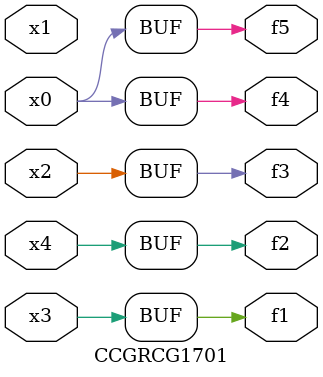
<source format=v>
module CCGRCG1701(
	input x0, x1, x2, x3, x4,
	output f1, f2, f3, f4, f5
);
	assign f1 = x3;
	assign f2 = x4;
	assign f3 = x2;
	assign f4 = x0;
	assign f5 = x0;
endmodule

</source>
